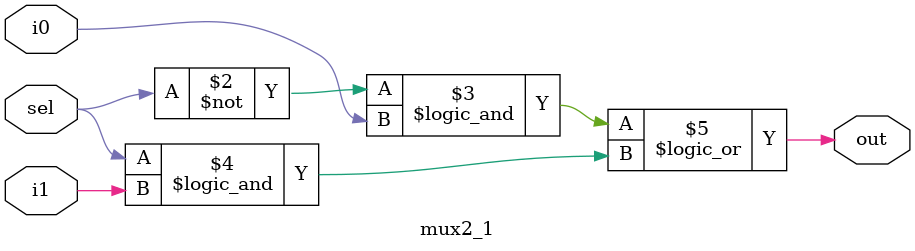
<source format=v>
module mux2_1(input wire sel, input wire i0, input wire i1, output reg out);
  
  always @(*)
    begin
      out <= (~sel&&i0) || (sel&&i1);
    end
  
endmodule
</source>
